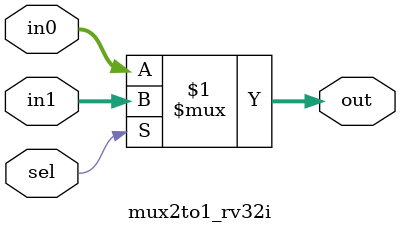
<source format=v>

module mux2to1_rv32i #(parameter WIDTH = 32) (
    input  wire [WIDTH-1:0] in0, // Input pertama
    input  wire [WIDTH-1:0] in1, // Input kedua
    input  wire sel,             // Sinyal seleksi (0 = in0, 1 = in1)
    output wire [WIDTH-1:0] out  // Output yang dipilih
);
    assign out = sel ? in1 : in0; // Logika multiplexer
endmodule

</source>
